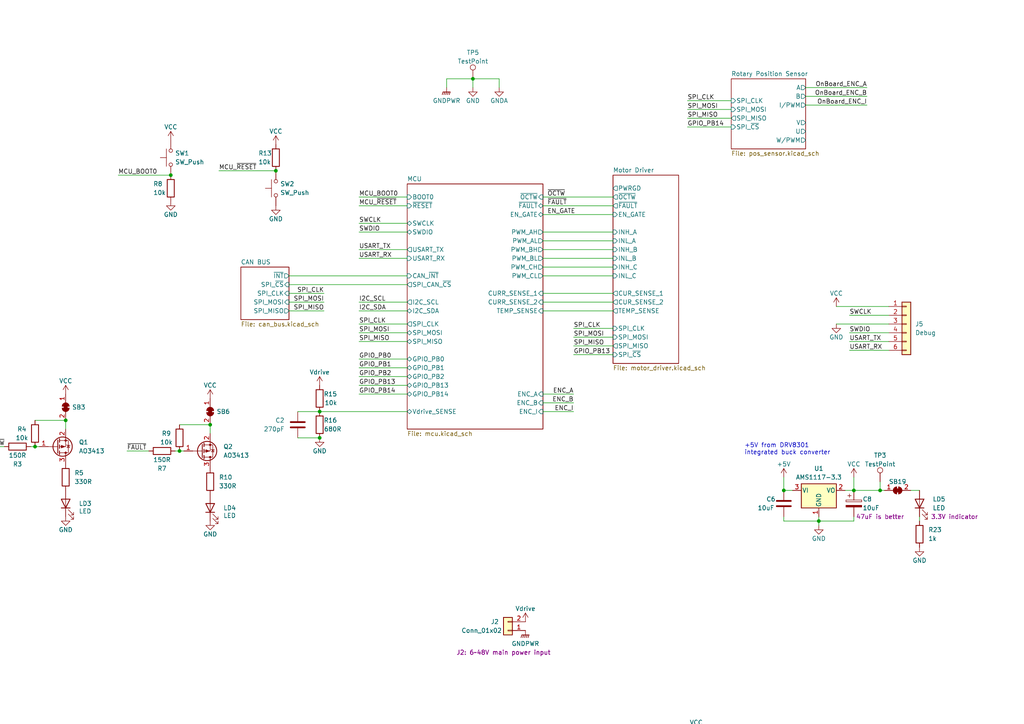
<source format=kicad_sch>
(kicad_sch (version 20211123) (generator eeschema)
  (paper "A4")
  (title_block (title "MoCo-S"))
  (lib_symbols
    (symbol "Connector:TestPoint" (pin_numbers hide) (pin_names (offset 0.762) hide)
      (property "Reference" "TP" (at 0 6.858 0))
      (property "Value" "TestPoint" (at 0 5.08 0))
      (symbol "TestPoint_0_1"
        (circle (center 0 3.302) (radius 0.762))
      )
      (symbol "TestPoint_1_1"
        (pin passive line (at 0 0 90) (length 2.54) (name "1") (number "1"))
      )
    )
    (symbol "Connector_Generic:Conn_01x02" (pin_names (offset 1.016) hide)
      (property "Reference" "J" (at 0 2.54 0))
      (property "Value" "Conn_01x02" (at 0 -5.08 0))
      (symbol "Conn_01x02_1_1"
        (rectangle (start -1.27 -2.413) (end 0 -2.667) (stroke (width 0.1524)))
        (rectangle (start -1.27 0.127) (end 0 -0.127) (stroke (width 0.1524)))
        (rectangle (start -1.27 1.27) (end 1.27 -3.81) (stroke (width 0.254)) (fill (type background)))
        (pin passive line (at -5.08 0 0) (length 3.81) (name "Pin_1") (number "1"))
        (pin passive line (at -5.08 -2.54 0) (length 3.81) (name "Pin_2") (number "2"))
      )
    )
    (symbol "Connector_Generic:Conn_01x06" (pin_names (offset 1.016) hide)
      (property "Reference" "J" (at 0 7.62 0))
      (property "Value" "Conn_01x06" (at 0 -10.16 0))
      (symbol "Conn_01x06_1_1"
        (rectangle (start -1.27 -7.493) (end 0 -7.747) (stroke (width 0.1524)))
        (rectangle (start -1.27 -4.953) (end 0 -5.207) (stroke (width 0.1524)))
        (rectangle (start -1.27 -2.413) (end 0 -2.667) (stroke (width 0.1524)))
        (rectangle (start -1.27 0.127) (end 0 -0.127) (stroke (width 0.1524)))
        (rectangle (start -1.27 2.667) (end 0 2.413) (stroke (width 0.1524)))
        (rectangle (start -1.27 5.207) (end 0 4.953) (stroke (width 0.1524)))
        (rectangle (start -1.27 6.35) (end 1.27 -8.89) (stroke (width 0.254)) (fill (type background)))
        (pin passive line (at -5.08 5.08 0) (length 3.81) (name "Pin_1") (number "1"))
        (pin passive line (at -5.08 2.54 0) (length 3.81) (name "Pin_2") (number "2"))
        (pin passive line (at -5.08 0 0) (length 3.81) (name "Pin_3") (number "3"))
        (pin passive line (at -5.08 -2.54 0) (length 3.81) (name "Pin_4") (number "4"))
        (pin passive line (at -5.08 -5.08 0) (length 3.81) (name "Pin_5") (number "5"))
        (pin passive line (at -5.08 -7.62 0) (length 3.81) (name "Pin_6") (number "6"))
      )
    )
    (symbol "Connector_Generic:Conn_01x07" (pin_names (offset 1.016) hide)
      (property "Reference" "J" (at 0 10.16 0))
      (property "Value" "Conn_01x07" (at 0 -10.16 0))
      (symbol "Conn_01x07_1_1"
        (rectangle (start -1.27 -7.493) (end 0 -7.747) (stroke (width 0.1524)))
        (rectangle (start -1.27 -4.953) (end 0 -5.207) (stroke (width 0.1524)))
        (rectangle (start -1.27 -2.413) (end 0 -2.667) (stroke (width 0.1524)))
        (rectangle (start -1.27 0.127) (end 0 -0.127) (stroke (width 0.1524)))
        (rectangle (start -1.27 2.667) (end 0 2.413) (stroke (width 0.1524)))
        (rectangle (start -1.27 5.207) (end 0 4.953) (stroke (width 0.1524)))
        (rectangle (start -1.27 7.747) (end 0 7.493) (stroke (width 0.1524)))
        (rectangle (start -1.27 8.89) (end 1.27 -8.89) (stroke (width 0.254)) (fill (type background)))
        (pin passive line (at -5.08 7.62 0) (length 3.81) (name "Pin_1") (number "1"))
        (pin passive line (at -5.08 5.08 0) (length 3.81) (name "Pin_2") (number "2"))
        (pin passive line (at -5.08 2.54 0) (length 3.81) (name "Pin_3") (number "3"))
        (pin passive line (at -5.08 0 0) (length 3.81) (name "Pin_4") (number "4"))
        (pin passive line (at -5.08 -2.54 0) (length 3.81) (name "Pin_5") (number "5"))
        (pin passive line (at -5.08 -5.08 0) (length 3.81) (name "Pin_6") (number "6"))
        (pin passive line (at -5.08 -7.62 0) (length 3.81) (name "Pin_7") (number "7"))
      )
    )
    (symbol "Connector_Generic:Conn_01x09" (pin_names (offset 1.016) hide)
      (property "Reference" "J" (at 0 12.7 0))
      (property "Value" "Conn_01x09" (at 0 -12.7 0))
      (symbol "Conn_01x09_1_1"
        (rectangle (start -1.27 -10.033) (end 0 -10.287) (stroke (width 0.1524)))
        (rectangle (start -1.27 -7.493) (end 0 -7.747) (stroke (width 0.1524)))
        (rectangle (start -1.27 -4.953) (end 0 -5.207) (stroke (width 0.1524)))
        (rectangle (start -1.27 -2.413) (end 0 -2.667) (stroke (width 0.1524)))
        (rectangle (start -1.27 0.127) (end 0 -0.127) (stroke (width 0.1524)))
        (rectangle (start -1.27 2.667) (end 0 2.413) (stroke (width 0.1524)))
        (rectangle (start -1.27 5.207) (end 0 4.953) (stroke (width 0.1524)))
        (rectangle (start -1.27 7.747) (end 0 7.493) (stroke (width 0.1524)))
        (rectangle (start -1.27 10.287) (end 0 10.033) (stroke (width 0.1524)))
        (rectangle (start -1.27 11.43) (end 1.27 -11.43) (stroke (width 0.254)) (fill (type background)))
        (pin passive line (at -5.08 10.16 0) (length 3.81) (name "Pin_1") (number "1"))
        (pin passive line (at -5.08 7.62 0) (length 3.81) (name "Pin_2") (number "2"))
        (pin passive line (at -5.08 5.08 0) (length 3.81) (name "Pin_3") (number "3"))
        (pin passive line (at -5.08 2.54 0) (length 3.81) (name "Pin_4") (number "4"))
        (pin passive line (at -5.08 0 0) (length 3.81) (name "Pin_5") (number "5"))
        (pin passive line (at -5.08 -2.54 0) (length 3.81) (name "Pin_6") (number "6"))
        (pin passive line (at -5.08 -5.08 0) (length 3.81) (name "Pin_7") (number "7"))
        (pin passive line (at -5.08 -7.62 0) (length 3.81) (name "Pin_8") (number "8"))
        (pin passive line (at -5.08 -10.16 0) (length 3.81) (name "Pin_9") (number "9"))
      )
    )
    (symbol "Device:C" (pin_numbers hide) (pin_names (offset 0.254))
      (property "Reference" "C" (at 0.635 2.54 0))
      (property "Value" "C" (at 0.635 -2.54 0))
      (symbol "C_0_1"
        (polyline (pts (xy -2.032 -0.762) (xy 2.032 -0.762)) (stroke (width 0.508)))
        (polyline (pts (xy -2.032 0.762) (xy 2.032 0.762)) (stroke (width 0.508)))
      )
      (symbol "C_1_1"
        (pin passive line (at 0 3.81 270) (length 2.794) (name "~") (number "1"))
        (pin passive line (at 0 -3.81 90) (length 2.794) (name "~") (number "2"))
      )
    )
    (symbol "Device:C_Polarized" (pin_numbers hide) (pin_names (offset 0.254))
      (property "Reference" "C" (at 0.635 2.54 0))
      (property "Value" "C_Polarized" (at 0.635 -2.54 0))
      (symbol "C_Polarized_0_1"
        (rectangle (start -2.286 0.508) (end 2.286 1.016))
        (polyline (pts (xy -1.778 2.286) (xy -0.762 2.286)))
        (polyline (pts (xy -1.27 2.794) (xy -1.27 1.778)))
        (rectangle (start 2.286 -0.508) (end -2.286 -1.016) (fill (type outline)))
      )
      (symbol "C_Polarized_1_1"
        (pin passive line (at 0 3.81 270) (length 2.794) (name "~") (number "1"))
        (pin passive line (at 0 -3.81 90) (length 2.794) (name "~") (number "2"))
      )
    )
    (symbol "Device:LED" (pin_numbers hide) (pin_names (offset 1.016) hide)
      (property "Reference" "D" (at 0 2.54 0))
      (property "Value" "LED" (at 0 -2.54 0))
      (symbol "LED_0_1"
        (polyline (pts (xy -1.27 -1.27) (xy -1.27 1.27)) (stroke (width 0.254)))
        (polyline (pts (xy -1.27 0) (xy 1.27 0)))
        (polyline (pts (xy 1.27 -1.27) (xy 1.27 1.27) (xy -1.27 0) (xy 1.27 -1.27)) (stroke (width 0.254)))
        (polyline (pts (xy -3.048 -0.762) (xy -4.572 -2.286) (xy -3.81 -2.286) (xy -4.572 -2.286) (xy -4.572 -1.524)))
        (polyline (pts (xy -1.778 -0.762) (xy -3.302 -2.286) (xy -2.54 -2.286) (xy -3.302 -2.286) (xy -3.302 -1.524)))
      )
      (symbol "LED_1_1"
        (pin passive line (at -3.81 0 0) (length 2.54) (name "K") (number "1"))
        (pin passive line (at 3.81 0 180) (length 2.54) (name "A") (number "2"))
      )
    )
    (symbol "Device:R" (pin_numbers hide) (pin_names (offset 0))
      (property "Reference" "R" (at 2.032 0 90))
      (property "Value" "R" (at 0 0 90))
      (symbol "R_0_1"
        (rectangle (start -1.016 -2.54) (end 1.016 2.54) (stroke (width 0.254)))
      )
      (symbol "R_1_1"
        (pin passive line (at 0 3.81 270) (length 1.27) (name "~") (number "1"))
        (pin passive line (at 0 -3.81 90) (length 1.27) (name "~") (number "2"))
      )
    )
    (symbol "Jumper:SolderJumper_2_Bridged" (pin_names (offset 0) hide)
      (property "Reference" "JP" (at 0 2.032 0))
      (property "Value" "SolderJumper_2_Bridged" (at 0 -2.54 0))
      (symbol "SolderJumper_2_Bridged_0_1"
        (rectangle (start -0.508 0.508) (end 0.508 -0.508) (fill (type outline)))
        (arc (start -0.254 1.016) (mid -1.27 0) (end -0.254 -1.016))
        (arc (start -0.254 1.016) (mid -1.27 0) (end -0.254 -1.016) (fill (type outline)))
        (polyline (pts (xy -0.254 1.016) (xy -0.254 -1.016)))
        (polyline (pts (xy 0.254 1.016) (xy 0.254 -1.016)))
        (arc (start 0.254 -1.016) (mid 1.27 0) (end 0.254 1.016))
        (arc (start 0.254 -1.016) (mid 1.27 0) (end 0.254 1.016) (fill (type outline)))
      )
      (symbol "SolderJumper_2_Bridged_1_1"
        (pin passive line (at -3.81 0 0) (length 2.54) (name "A") (number "1"))
        (pin passive line (at 3.81 0 180) (length 2.54) (name "B") (number "2"))
      )
    )
    (symbol "Jumper:SolderJumper_3_Open" (pin_names (offset 0) hide)
      (property "Reference" "JP" (at -2.54 -2.54 0))
      (property "Value" "SolderJumper_3_Open" (at 0 2.794 0))
      (symbol "SolderJumper_3_Open_0_1"
        (arc (start -1.016 1.016) (mid -2.032 0) (end -1.016 -1.016))
        (arc (start -1.016 1.016) (mid -2.032 0) (end -1.016 -1.016) (fill (type outline)))
        (rectangle (start -0.508 1.016) (end 0.508 -1.016) (fill (type outline)))
        (polyline (pts (xy -2.54 0) (xy -2.032 0)))
        (polyline (pts (xy -1.016 1.016) (xy -1.016 -1.016)))
        (polyline (pts (xy 0 -1.27) (xy 0 -1.016)))
        (polyline (pts (xy 1.016 1.016) (xy 1.016 -1.016)))
        (polyline (pts (xy 2.54 0) (xy 2.032 0)))
        (arc (start 1.016 -1.016) (mid 2.032 0) (end 1.016 1.016))
        (arc (start 1.016 -1.016) (mid 2.032 0) (end 1.016 1.016) (fill (type outline)))
      )
      (symbol "SolderJumper_3_Open_1_1"
        (pin passive line (at -5.08 0 0) (length 2.54) (name "A") (number "1"))
        (pin passive line (at 0 -3.81 90) (length 2.54) (name "C") (number "2"))
        (pin passive line (at 5.08 0 180) (length 2.54) (name "B") (number "3"))
      )
    )
    (symbol "Mechanical:MountingHole" (pin_names (offset 1.016))
      (property "Reference" "H" (at 0 5.08 0))
      (property "Value" "MountingHole" (at 0 3.175 0))
      (symbol "MountingHole_0_1"
        (circle (center 0 0) (radius 1.27) (stroke (width 1.27)))
      )
    )
    (symbol "Mechanical:MountingHole_Pad" (pin_numbers hide) (pin_names (offset 1.016) hide)
      (property "Reference" "H" (at 0 6.35 0))
      (property "Value" "MountingHole_Pad" (at 0 4.445 0))
      (symbol "MountingHole_Pad_0_1"
        (circle (center 0 1.27) (radius 1.27) (stroke (width 1.27)))
      )
      (symbol "MountingHole_Pad_1_1"
        (pin input line (at 0 -2.54 90) (length 2.54) (name "1") (number "1"))
      )
    )
    (symbol "Regulator_Linear:AMS1117-3.3" (pin_names (offset 0.254))
      (property "Reference" "U" (at -3.81 3.175 0))
      (property "Value" "AMS1117-3.3" (at 0 3.175 0))
      (symbol "AMS1117-3.3_0_1"
        (rectangle (start -5.08 -5.08) (end 5.08 1.905) (stroke (width 0.254)) (fill (type background)))
      )
      (symbol "AMS1117-3.3_1_1"
        (pin power_in line (at 0 -7.62 90) (length 2.54) (name "GND") (number "1"))
        (pin power_out line (at 7.62 0 180) (length 2.54) (name "VO") (number "2"))
        (pin power_in line (at -7.62 0 0) (length 2.54) (name "VI") (number "3"))
      )
    )
    (symbol "Switch:SW_Push" (pin_numbers hide) (pin_names (offset 1.016) hide)
      (property "Reference" "SW" (at 1.27 2.54 0))
      (property "Value" "SW_Push" (at 0 -1.524 0))
      (symbol "SW_Push_0_1"
        (circle (center -2.032 0) (radius 0.508))
        (polyline (pts (xy 0 1.27) (xy 0 3.048)))
        (polyline (pts (xy 2.54 1.27) (xy -2.54 1.27)))
        (circle (center 2.032 0) (radius 0.508))
        (pin passive line (at -5.08 0 0) (length 2.54) (name "1") (number "1"))
        (pin passive line (at 5.08 0 180) (length 2.54) (name "2") (number "2"))
      )
    )
    (symbol "Transistor_FET:AO3401A" (pin_names hide)
      (property "Reference" "Q" (at 5.08 1.905 0))
      (property "Value" "AO3401A" (at 5.08 0 0))
      (symbol "AO3401A_0_1"
        (polyline (pts (xy 0.254 0) (xy -2.54 0)))
        (polyline (pts (xy 0.254 1.905) (xy 0.254 -1.905)) (stroke (width 0.254)))
        (polyline (pts (xy 0.762 -1.27) (xy 0.762 -2.286)) (stroke (width 0.254)))
        (polyline (pts (xy 0.762 0.508) (xy 0.762 -0.508)) (stroke (width 0.254)))
        (polyline (pts (xy 0.762 2.286) (xy 0.762 1.27)) (stroke (width 0.254)))
        (polyline (pts (xy 2.54 2.54) (xy 2.54 1.778)))
        (polyline (pts (xy 2.54 -2.54) (xy 2.54 0) (xy 0.762 0)))
        (polyline (pts (xy 0.762 1.778) (xy 3.302 1.778) (xy 3.302 -1.778) (xy 0.762 -1.778)))
        (polyline (pts (xy 2.286 0) (xy 1.27 0.381) (xy 1.27 -0.381) (xy 2.286 0)) (fill (type outline)))
        (polyline (pts (xy 2.794 -0.508) (xy 2.921 -0.381) (xy 3.683 -0.381) (xy 3.81 -0.254)))
        (polyline (pts (xy 3.302 -0.381) (xy 2.921 0.254) (xy 3.683 0.254) (xy 3.302 -0.381)))
        (circle (center 1.651 0) (radius 2.794) (stroke (width 0.254)))
        (circle (center 2.54 -1.778) (radius 0.254) (fill (type outline)))
        (circle (center 2.54 1.778) (radius 0.254) (fill (type outline)))
      )
      (symbol "AO3401A_1_1"
        (pin input line (at -5.08 0 0) (length 2.54) (name "G") (number "1"))
        (pin passive line (at 2.54 -5.08 90) (length 2.54) (name "S") (number "2"))
        (pin passive line (at 2.54 5.08 270) (length 2.54) (name "D") (number "3"))
      )
    )
    (symbol "power:+5V" (power) (pin_names (offset 0))
      (property "Value" "+5V" (at 0 3.556 0))
      (symbol "+5V_0_1"
        (polyline (pts (xy -0.762 1.27) (xy 0 2.54)))
        (polyline (pts (xy 0 0) (xy 0 2.54)))
        (polyline (pts (xy 0 2.54) (xy 0.762 1.27)))
      )
      (symbol "+5V_1_1"
        (pin power_in line (at 0 0 90) (length 0) hide (name "+5V") (number "1"))
      )
    )
    (symbol "power:GND" (power) (pin_names (offset 0))
      (property "Value" "GND" (at 0 -3.81 0))
      (symbol "GND_0_1"
        (polyline (pts (xy 0 0) (xy 0 -1.27) (xy 1.27 -1.27) (xy 0 -2.54) (xy -1.27 -1.27) (xy 0 -1.27)))
      )
      (symbol "GND_1_1"
        (pin power_in line (at 0 0 270) (length 0) hide (name "GND") (number "1"))
      )
    )
    (symbol "power:GNDA" (power) (pin_names (offset 0))
      (property "Value" "GNDA" (at 0 -3.81 0))
      (symbol "GNDA_0_1"
        (polyline (pts (xy 0 0) (xy 0 -1.27) (xy 1.27 -1.27) (xy 0 -2.54) (xy -1.27 -1.27) (xy 0 -1.27)))
      )
      (symbol "GNDA_1_1"
        (pin power_in line (at 0 0 270) (length 0) hide (name "GNDA") (number "1"))
      )
    )
    (symbol "power:GNDPWR" (power) (pin_names (offset 0))
      (property "Value" "GNDPWR" (at 0 -3.302 0))
      (symbol "GNDPWR_0_1"
        (polyline (pts (xy 0 -1.27) (xy 0 0)))
        (polyline (pts (xy -1.016 -1.27) (xy -1.27 -2.032) (xy -1.27 -2.032)) (stroke (width 0.2032)))
        (polyline (pts (xy -0.508 -1.27) (xy -0.762 -2.032) (xy -0.762 -2.032)) (stroke (width 0.2032)))
        (polyline (pts (xy 0 -1.27) (xy -0.254 -2.032) (xy -0.254 -2.032)) (stroke (width 0.2032)))
        (polyline (pts (xy 0.508 -1.27) (xy 0.254 -2.032) (xy 0.254 -2.032)) (stroke (width 0.2032)))
        (polyline (pts (xy 1.016 -1.27) (xy -1.016 -1.27) (xy -1.016 -1.27)) (stroke (width 0.2032)))
        (polyline (pts (xy 1.016 -1.27) (xy 0.762 -2.032) (xy 0.762 -2.032) (xy 0.762 -2.032)) (stroke (width 0.2032)))
      )
      (symbol "GNDPWR_1_1"
        (pin power_in line (at 0 0 270) (length 0) hide (name "GNDPWR") (number "1"))
      )
    )
    (symbol "power:VCC" (power) (pin_names (offset 0))
      (property "Value" "VCC" (at 0 3.81 0))
      (symbol "VCC_0_1"
        (polyline (pts (xy -0.762 1.27) (xy 0 2.54)))
        (polyline (pts (xy 0 0) (xy 0 2.54)))
        (polyline (pts (xy 0 2.54) (xy 0.762 1.27)))
      )
      (symbol "VCC_1_1"
        (pin power_in line (at 0 0 90) (length 0) hide (name "VCC") (number "1"))
      )
    )
    (symbol "power:Vdrive" (power) (pin_names (offset 0))
      (property "Value" "Vdrive" (at 0 3.81 0))
      (symbol "Vdrive_0_1"
        (polyline (pts (xy -0.762 1.27) (xy 0 2.54)))
        (polyline (pts (xy 0 0) (xy 0 2.54)))
        (polyline (pts (xy 0 2.54) (xy 0.762 1.27)))
      )
      (symbol "Vdrive_1_1"
        (pin power_in line (at 0 0 90) (length 0) hide (name "Vdrive") (number "1"))
      )
    )
  )
  (junction (at 80.01 49.53))
  (junction (at 92.71 119.38))
  (junction (at 245.11 276.86))
  (junction (at 201.93 220.98))
  (junction (at 227.33 142.24))
  (junction (at 194.31 229.87))
  (junction (at 237.49 151.13))
  (junction (at 49.53 50.8))
  (junction (at 255.27 142.24))
  (junction (at 201.93 232.41))
  (junction (at 209.55 234.95))
  (junction (at 52.07 130.81))
  (junction (at 250.19 267.97))
  (junction (at 10.16 129.54))
  (junction (at 60.96 123.19))
  (junction (at 92.71 127))
  (junction (at 19.05 121.92))
  (junction (at 137.16 22.86))
  (junction (at 247.65 142.24))
  (junction (at 255.27 279.4))
  (wire (pts (xy 157.48 69.85) (xy 177.8 69.85)))
  (wire (pts (xy 157.48 74.93) (xy 177.8 74.93)))
  (wire (pts (xy 255.27 142.24) (xy 256.54 142.24)))
  (wire (pts (xy -17.78 110.49) (xy -17.78 118.11)))
  (wire (pts (xy 144.78 22.86) (xy 144.78 25.4)))
  (wire (pts (xy 346.71 139.7) (xy 339.09 139.7)))
  (wire (pts (xy 227.33 138.43) (xy 227.33 142.24)))
  (wire (pts (xy 237.49 151.13) (xy 237.49 149.86)))
  (wire (pts (xy 262.89 281.94) (xy 273.05 281.94)))
  (wire (pts (xy 157.48 87.63) (xy 177.8 87.63)))
  (wire (pts (xy 157.48 85.09) (xy 177.8 85.09)))
  (wire (pts (xy 83.82 82.55) (xy 118.11 82.55)))
  (wire (pts (xy 237.49 151.13) (xy 247.65 151.13)))
  (wire (pts (xy 104.14 87.63) (xy 118.11 87.63)))
  (wire (pts (xy 166.37 102.87) (xy 177.8 102.87)))
  (wire (pts (xy 157.48 77.47) (xy 177.8 77.47)))
  (wire (pts (xy 157.48 116.84) (xy 166.37 116.84)))
  (wire (pts (xy 262.89 287.02) (xy 273.05 287.02)))
  (wire (pts (xy 92.71 127) (xy 86.36 127)))
  (wire (pts (xy 157.48 59.69) (xy 177.8 59.69)))
  (wire (pts (xy 209.55 234.95) (xy 219.71 234.95)))
  (wire (pts (xy 209.55 228.6) (xy 209.55 234.95)))
  (wire (pts (xy 19.05 121.92) (xy 10.16 121.92)))
  (wire (pts (xy 255.27 139.7) (xy 255.27 142.24)))
  (wire (pts (xy 10.16 129.54) (xy 11.43 129.54)))
  (wire (pts (xy 104.14 57.15) (xy 118.11 57.15)))
  (wire (pts (xy 233.68 30.48) (xy 251.46 30.48)))
  (wire (pts (xy 227.33 151.13) (xy 237.49 151.13)))
  (wire (pts (xy 93.98 87.63) (xy 83.82 87.63)))
  (wire (pts (xy 104.14 96.52) (xy 118.11 96.52)))
  (wire (pts (xy 34.29 50.8) (xy 49.53 50.8)))
  (wire (pts (xy -43.18 107.95) (xy -43.18 119.38)))
  (wire (pts (xy 219.71 237.49) (xy 189.23 237.49)))
  (wire (pts (xy 237.49 152.4) (xy 237.49 151.13)))
  (wire (pts (xy 36.83 130.81) (xy 43.18 130.81)))
  (wire (pts (xy 246.38 96.52) (xy 257.81 96.52)))
  (wire (pts (xy 246.38 91.44) (xy 257.81 91.44)))
  (wire (pts (xy 194.31 229.87) (xy 219.71 229.87)))
  (wire (pts (xy 179.07 232.41) (xy 201.93 232.41)))
  (wire (pts (xy 247.65 138.43) (xy 247.65 142.24)))
  (wire (pts (xy 104.14 74.93) (xy 118.11 74.93)))
  (wire (pts (xy 166.37 100.33) (xy 177.8 100.33)))
  (wire (pts (xy 316.23 134.62) (xy 335.28 134.62)))
  (wire (pts (xy 104.14 104.14) (xy 118.11 104.14)))
  (wire (pts (xy 233.68 27.94) (xy 251.46 27.94)))
  (wire (pts (xy 157.48 67.31) (xy 177.8 67.31)))
  (wire (pts (xy 157.48 119.38) (xy 166.37 119.38)))
  (wire (pts (xy 245.11 142.24) (xy 247.65 142.24)))
  (wire (pts (xy 194.31 220.98) (xy 201.93 220.98)))
  (wire (pts (xy 346.71 172.72) (xy 339.09 172.72)))
  (wire (pts (xy 271.78 289.56) (xy 273.05 289.56)))
  (wire (pts (xy 166.37 97.79) (xy 177.8 97.79)))
  (wire (pts (xy 262.89 284.48) (xy 273.05 284.48)))
  (wire (pts (xy 104.14 93.98) (xy 118.11 93.98)))
  (wire (pts (xy 104.14 109.22) (xy 118.11 109.22)))
  (wire (pts (xy 201.93 220.98) (xy 209.55 220.98)))
  (wire (pts (xy 157.48 57.15) (xy 177.8 57.15)))
  (wire (pts (xy 60.96 123.19) (xy 60.96 125.73)))
  (wire (pts (xy 264.16 142.24) (xy 266.7 142.24)))
  (wire (pts (xy 199.39 34.29) (xy 212.09 34.29)))
  (wire (pts (xy 232.41 279.4) (xy 255.27 279.4)))
  (wire (pts (xy 232.41 276.86) (xy 245.11 276.86)))
  (wire (pts (xy 219.71 242.57) (xy 189.23 242.57)))
  (wire (pts (xy 157.48 80.01) (xy 177.8 80.01)))
  (wire (pts (xy 104.14 72.39) (xy 118.11 72.39)))
  (wire (pts (xy -3.81 129.54) (xy 1.27 129.54)))
  (wire (pts (xy 50.8 130.81) (xy 52.07 130.81)))
  (wire (pts (xy 93.98 90.17) (xy 83.82 90.17)))
  (wire (pts (xy 346.71 156.21) (xy 339.09 156.21)))
  (wire (pts (xy 233.68 25.4) (xy 251.46 25.4)))
  (wire (pts (xy 245.11 275.59) (xy 245.11 276.86)))
  (wire (pts (xy -43.18 142.24) (xy -43.18 143.51)))
  (wire (pts (xy 189.23 245.11) (xy 219.71 245.11)))
  (wire (pts (xy 129.54 22.86) (xy 137.16 22.86)))
  (wire (pts (xy 199.39 31.75) (xy 212.09 31.75)))
  (wire (pts (xy 60.96 123.19) (xy 52.07 123.19)))
  (wire (pts (xy 52.07 130.81) (xy 53.34 130.81)))
  (wire (pts (xy 194.31 228.6) (xy 194.31 229.87)))
  (wire (pts (xy 179.07 229.87) (xy 194.31 229.87)))
  (wire (pts (xy 104.14 114.3) (xy 118.11 114.3)))
  (wire (pts (xy 247.65 151.13) (xy 247.65 149.86)))
  (wire (pts (xy 137.16 22.86) (xy 137.16 25.4)))
  (wire (pts (xy 129.54 22.86) (xy 129.54 25.4)))
  (wire (pts (xy 179.07 234.95) (xy 209.55 234.95)))
  (wire (pts (xy 63.5 49.53) (xy 80.01 49.53)))
  (wire (pts (xy 199.39 29.21) (xy 212.09 29.21)))
  (wire (pts (xy 157.48 114.3) (xy 166.37 114.3)))
  (wire (pts (xy 266.7 149.86) (xy 266.7 151.13)))
  (wire (pts (xy 316.23 161.29) (xy 335.28 161.29)))
  (wire (pts (xy 166.37 95.25) (xy 177.8 95.25)))
  (wire (pts (xy 245.11 267.97) (xy 250.19 267.97)))
  (wire (pts (xy 104.14 106.68) (xy 118.11 106.68)))
  (wire (pts (xy 247.65 142.24) (xy 255.27 142.24)))
  (wire (pts (xy 246.38 99.06) (xy 257.81 99.06)))
  (wire (pts (xy 104.14 111.76) (xy 118.11 111.76)))
  (wire (pts (xy 157.48 62.23) (xy 177.8 62.23)))
  (wire (pts (xy 157.48 72.39) (xy 177.8 72.39)))
  (wire (pts (xy 255.27 275.59) (xy 255.27 279.4)))
  (wire (pts (xy 199.39 36.83) (xy 212.09 36.83)))
  (wire (pts (xy 246.38 101.6) (xy 257.81 101.6)))
  (wire (pts (xy 92.71 119.38) (xy 118.11 119.38)))
  (wire (pts (xy 93.98 85.09) (xy 83.82 85.09)))
  (wire (pts (xy 227.33 151.13) (xy 227.33 149.86)))
  (wire (pts (xy 104.14 64.77) (xy 118.11 64.77)))
  (wire (pts (xy 242.57 88.9) (xy 257.81 88.9)))
  (wire (pts (xy 8.89 129.54) (xy 10.16 129.54)))
  (wire (pts (xy 227.33 142.24) (xy 229.87 142.24)))
  (wire (pts (xy 104.14 99.06) (xy 118.11 99.06)))
  (wire (pts (xy 104.14 90.17) (xy 118.11 90.17)))
  (wire (pts (xy 316.23 144.78) (xy 335.28 144.78)))
  (wire (pts (xy 250.19 267.97) (xy 255.27 267.97)))
  (wire (pts (xy 242.57 93.98) (xy 257.81 93.98)))
  (wire (pts (xy 83.82 80.01) (xy 118.11 80.01)))
  (wire (pts (xy 245.11 276.86) (xy 273.05 276.86)))
  (wire (pts (xy 201.93 232.41) (xy 219.71 232.41)))
  (wire (pts (xy 19.05 121.92) (xy 19.05 124.46)))
  (wire (pts (xy -17.78 140.97) (xy -17.78 142.24)))
  (wire (pts (xy 104.14 59.69) (xy 118.11 59.69)))
  (wire (pts (xy 316.23 167.64) (xy 335.28 167.64)))
  (wire (pts (xy 137.16 22.86) (xy 144.78 22.86)))
  (wire (pts (xy 316.23 177.8) (xy 335.28 177.8)))
  (wire (pts (xy 219.71 240.03) (xy 189.23 240.03)))
  (wire (pts (xy 157.48 90.17) (xy 177.8 90.17)))
  (wire (pts (xy 316.23 151.13) (xy 335.28 151.13)))
  (wire (pts (xy 92.71 119.38) (xy 86.36 119.38)))
  (wire (pts (xy 104.14 67.31) (xy 118.11 67.31)))
  (wire (pts (xy 201.93 228.6) (xy 201.93 232.41)))
  (wire (pts (xy 255.27 279.4) (xy 273.05 279.4)))
  (text "+5V from DRV8301\nintegrated buck converter" (at 215.9 132.08 0) (effects (font (size 1.27 1.27)) (justify left bottom)))
  (label "SWCLK" (at 246.38 91.44 0))
  (label "GPIO_PB0" (at 104.14 104.14 0))
  (label "MCU_~{RESET}" (at 104.14 59.69 0))
  (label "GPIO_PB2" (at 104.14 109.22 0))
  (label "I2C_SCL" (at 232.41 276.86 0))
  (label "SWDIO" (at 104.14 67.31 0))
  (label "SPI_MOSI" (at 93.98 87.63 180))
  (label "USART_TX" (at 246.38 99.06 0))
  (label "MCU_BOOT0" (at 104.14 57.15 0))
  (label "SWDIO" (at 246.38 96.52 0))
  (label "EN_GATE" (at 158.75 62.23 0))
  (label "Ext_ENC_I" (at 179.07 234.95 0))
  (label "GPIO_PB1" (at 104.14 106.68 0))
  (label "~{FAULT}" (at 36.83 130.81 0))
  (label "Ext_ENC_A" (at 316.23 134.62 0))
  (label "Ext_ENC_B" (at 179.07 232.41 0))
  (label "OnBoard_ENC_A" (at 251.46 25.4 180))
  (label "ENC_B" (at 346.71 156.21 180))
  (label "GPIO_PB14" (at 104.14 114.3 0))
  (label "GPIO_PB2" (at 262.89 287.02 0))
  (label "SPI_CLK" (at 104.14 93.98 0))
  (label "~{OCTW}" (at 158.75 57.15 0))
  (label "I2C_SCL" (at 104.14 87.63 0))
  (label "ENC_I" (at 166.37 119.38 180))
  (label "GPIO_PB13" (at 104.14 111.76 0))
  (label "OnBoard_ENC_A" (at 316.23 144.78 0))
  (label "OnBoard_ENC_B" (at 251.46 27.94 180))
  (label "SPI_MOSI" (at 199.39 31.75 0))
  (label "Ext_ENC_B" (at 316.23 151.13 0))
  (label "GPIO_PB0" (at 262.89 281.94 0))
  (label "USART_RX" (at 104.14 74.93 0))
  (label "OnBoard_ENC_B" (at 316.23 161.29 0))
  (label "ENC_B" (at 166.37 116.84 180))
  (label "SPI_CLK" (at 93.98 85.09 180))
  (label "Ext_ENC_A" (at 179.07 229.87 0))
  (label "SPI_MOSI" (at 189.23 240.03 0))
  (label "SPI_MISO" (at 189.23 242.57 0))
  (label "SPI_MOSI" (at 104.14 96.52 0))
  (label "GPIO_PB13" (at 166.37 102.87 0))
  (label "ENC_I" (at 346.71 172.72 180))
  (label "MCU_~{RESET}" (at 63.5 49.53 0))
  (label "SWCLK" (at 104.14 64.77 0))
  (label "SPI_CLK" (at 166.37 95.25 0))
  (label "EN_GATE" (at -17.78 110.49 270))
  (label "ENC_A" (at 166.37 114.3 180))
  (label "SPI_MISO" (at 93.98 90.17 180))
  (label "GPIO_PB1" (at 262.89 284.48 0))
  (label "SPI_MISO" (at 166.37 100.33 0))
  (label "SPI_MISO" (at 104.14 99.06 0))
  (label "I2C_SDA" (at 232.41 279.4 0))
  (label "USART_RX" (at 246.38 101.6 0))
  (label "~{OCTW}" (at -3.81 129.54 0))
  (label "USART_TX" (at 104.14 72.39 0))
  (label "GPIO_PB14" (at 199.39 36.83 0))
  (label "SPI_MISO" (at 199.39 34.29 0))
  (label "GPIO_PB0" (at -43.18 107.95 270))
  (label "Ext_ENC_I" (at 316.23 167.64 0))
  (label "~{FAULT}" (at 158.75 59.69 0))
  (label "SPI_MOSI" (at 166.37 97.79 0))
  (label "GPIO_PB14" (at 189.23 245.11 0))
  (label "SPI_CLK" (at 199.39 29.21 0))
  (label "ENC_A" (at 346.71 139.7 180))
  (label "MCU_BOOT0" (at 34.29 50.8 0))
  (label "OnBoard_ENC_I" (at 316.23 177.8 0))
  (label "I2C_SDA" (at 104.14 90.17 0))
  (label "OnBoard_ENC_I" (at 251.46 30.48 180))
  (label "SPI_CLK" (at 189.23 237.49 0))
  (symbol (lib_id "power:GNDPWR") (at 129.54 25.4 0) (unit 1)
    (property "Reference" "#PWR018" (effects hide))
    (property "Value" "GNDPWR" (at 129.54 29.21 0))
  )
  (symbol (lib_id "Device:R") (at 60.96 139.7 0) (unit 1)
    (property "Reference" "R10" (at 63.5 138.43 0) (effects (justify left)))
    (property "Value" "330R" (at 63.5 140.97 0) (effects (justify left)))
    (property "Footprint" "Resistor_SMD:R_0402_1005Metric" (effects hide))
  )
  (symbol (lib_id "power:GND") (at 92.71 127 0) (mirror y) (unit 1)
    (property "Reference" "#PWR014" (effects hide))
    (property "Value" "GND" (at 92.71 130.81 0))
  )
  (symbol (lib_id "power:GND") (at 80.01 59.69 0) (unit 1)
    (property "Reference" "#PWR012" (effects hide))
    (property "Value" "GND" (at 80.01 63.5 0))
  )
  (symbol (lib_id "Jumper:SolderJumper_2_Bridged") (at 19.05 118.11 270) (unit 1) (in_bom no)
    (property "Reference" "SB3" (at 22.86 118.11 90))
    (property "Value" "SolderJumper_2_Bridged" (effects hide))
    (property "Footprint" "Jumper:SolderJumper-2_P1.3mm_Bridged_RoundedPad1.0x1.5mm" (effects hide))
  )
  (symbol (lib_id "Jumper:SolderJumper_3_Open") (at 335.28 139.7 90) (unit 1)
    (property "Reference" "JP1" (at 332.74 139.7 90) (effects (justify left)))
    (property "Value" "Jumper_3_Bridged12" (effects hide))
    (property "Footprint" "Jumper:SolderJumper-3_P1.3mm_Open_RoundedPad1.0x1.5mm_NumberLabels" (effects hide))
  )
  (symbol (lib_id "power:VCC") (at 49.53 40.64 0) (unit 1)
    (property "Reference" "#PWR05" (effects hide))
    (property "Value" "VCC" (at 49.53 36.83 0))
  )
  (symbol (lib_id "Device:LED") (at 266.7 146.05 90) (unit 1)
    (property "Reference" "LD5" (at 270.51 144.78 90) (effects (justify right)))
    (property "Value" "LED" (at 270.51 147.32 90) (effects (justify right)))
    (property "Footprint" "LED_SMD:LED_0603_1608Metric" (effects hide))
    (property "Note" "3.3V indicator" (at 276.86 149.86 90))
  )
  (symbol (lib_id "Device:R") (at 80.01 45.72 0) (unit 1)
    (property "Reference" "R13" (at 74.93 44.45 0) (effects (justify left)))
    (property "Value" "10k" (at 74.93 46.99 0) (effects (justify left)))
    (property "Footprint" "Resistor_SMD:R_0402_1005Metric" (effects hide))
    (property "JLCPCB Part #" "C25744" (effects hide))
    (property "MFR.Part #" "0402WGF1002TCE" (effects hide))
  )
  (symbol (lib_id "Device:R") (at 245.11 271.78 0) (mirror y) (unit 1)
    (property "Reference" "R6" (at 250.19 270.51 0) (effects (justify left)))
    (property "Value" "4.7k" (at 251.46 273.05 0) (effects (justify left)))
    (property "Footprint" "Resistor_SMD:R_0402_1005Metric" (effects hide))
    (property "JLCPCB Part #" "C25900" (effects hide))
    (property "MFR.Part #" "0402WGF4701TCE" (effects hide))
  )
  (symbol (lib_id "Device:R") (at 266.7 154.94 0) (unit 1)
    (property "Reference" "R23" (at 269.24 153.6699 0) (effects (justify left)))
    (property "Value" "1k" (at 269.24 156.2099 0) (effects (justify left)))
    (property "Footprint" "Resistor_SMD:R_0402_1005Metric" (effects hide))
    (property "JLCPCB Part #" "C11702" (effects hide))
    (property "MFR.Part #" "0402WGF1001TCE" (effects hide))
  )
  (symbol (lib_id "Switch:SW_Push") (at 80.01 54.61 90) (unit 1)
    (property "Reference" "SW2" (at 81.28 53.3399 90) (effects (justify right)))
    (property "Value" "SW_Push" (at 81.28 55.8799 90) (effects (justify right)))
    (property "Footprint" "Button_Switch_SMD:SW_SPST_CK_RS282G05A3" (effects hide))
  )
  (symbol (lib_id "Jumper:SolderJumper_2_Bridged") (at 250.19 264.16 270) (unit 1) (in_bom no)
    (property "Reference" "SB7" (at 254 264.16 90))
    (property "Value" "SolderJumper_2_Bridged" (effects hide))
    (property "Footprint" "Jumper:SolderJumper-2_P1.3mm_Bridged_RoundedPad1.0x1.5mm" (effects hide))
  )
  (symbol (lib_id "power:VCC") (at 201.93 213.36 0) (unit 1)
    (property "Reference" "#PWR0107" (effects hide))
    (property "Value" "VCC" (at 201.93 209.55 0))
  )
  (symbol (lib_id "Switch:SW_Push") (at 49.53 45.72 90) (unit 1)
    (property "Reference" "SW1" (at 50.8 44.4499 90) (effects (justify right)))
    (property "Value" "SW_Push" (at 50.8 46.9899 90) (effects (justify right)))
    (property "Footprint" "Button_Switch_SMD:SW_SPST_CK_RS282G05A3" (effects hide))
  )
  (symbol (lib_id "power:VCC") (at 250.19 260.35 0) (unit 1)
    (property "Reference" "#PWR010" (effects hide))
    (property "Value" "VCC" (at 250.19 256.54 0))
  )
  (symbol (lib_id "Device:R") (at -17.78 129.54 0) (unit 1)
    (property "Reference" "R2" (at -15.24 128.27 0) (effects (justify left)))
    (property "Value" "1k" (at -15.24 130.81 0) (effects (justify left)))
    (property "Footprint" "Resistor_SMD:R_0402_1005Metric" (effects hide))
    (property "JLCPCB Part #" "C11702" (effects hide))
    (property "MFR.Part #" "0402WGF1001TCE" (effects hide))
  )
  (symbol (lib_id "Device:R") (at 52.07 127 180) (unit 1)
    (property "Reference" "R9" (at 48.26 125.73 0))
    (property "Value" "10k" (at 48.26 128.27 0))
    (property "Footprint" "Resistor_SMD:R_0402_1005Metric" (effects hide))
    (property "JLCPCB Part #" "C25744" (effects hide))
    (property "MFR.Part #" "0402WGF1002TCE" (effects hide))
  )
  (symbol (lib_id "Device:R") (at 5.08 129.54 270) (unit 1)
    (property "Reference" "R3" (at 5.08 134.62 90))
    (property "Value" "150R" (at 5.08 132.08 90))
    (property "Footprint" "Resistor_SMD:R_0402_1005Metric" (effects hide))
    (property "JLCPCB Part #" "C25082" (effects hide))
    (property "MFR.Part #" "0402WGF1500TCE" (effects hide))
  )
  (symbol (lib_id "power:VCC") (at 80.01 41.91 0) (unit 1)
    (property "Reference" "#PWR011" (effects hide))
    (property "Value" "VCC" (at 80.01 38.1 0))
  )
  (symbol (lib_id "power:GND") (at 137.16 25.4 0) (unit 1)
    (property "Reference" "#PWR019" (effects hide))
    (property "Value" "GND" (at 137.16 29.21 0))
  )
  (symbol (lib_id "power:GND") (at 219.71 247.65 0) (unit 1)
    (property "Reference" "#PWR0108" (effects hide))
    (property "Value" "GND" (at 219.71 251.46 0))
  )
  (symbol (lib_id "Regulator_Linear:AMS1117-3.3") (at 237.49 142.24 0) (unit 1)
    (property "Reference" "U1" (at 237.49 135.89 0))
    (property "Value" "AMS1117-3.3" (at 237.49 138.43 0))
    (property "Footprint" "Package_TO_SOT_SMD:SOT-223-3_TabPin2" (effects hide))
    (property "Datasheet" "http://www.advanced-monolithic.com/pdf/ds1117.pdf" (effects hide))
    (property "JLCPCB Part #" "C6186" (effects hide))
    (property "MFR.Part #" "AMS1117-3.3" (effects hide))
  )
  (symbol (lib_id "power:VCC") (at 273.05 274.32 0) (unit 1)
    (property "Reference" "#PWR0106" (effects hide))
    (property "Value" "VCC" (at 273.05 270.51 0))
  )
  (symbol (lib_id "power:GND") (at 49.53 58.42 0) (unit 1)
    (property "Reference" "#PWR06" (effects hide))
    (property "Value" "GND" (at 49.53 62.23 0))
  )
  (symbol (lib_id "power:GND") (at -43.18 143.51 0) (unit 1)
    (property "Reference" "#PWR01" (effects hide))
    (property "Value" "GND" (at -43.18 147.32 0))
  )
  (symbol (lib_id "Connector:TestPoint") (at 255.27 139.7 0) (unit 1) (in_bom no)
    (property "Reference" "TP3" (at 255.27 132.08 0))
    (property "Value" "TestPoint" (at 255.27 134.62 0))
    (property "Footprint" "TestPoint:TestPoint_Pad_D2.0mm" (effects hide))
  )
  (symbol (lib_id "Device:R") (at 10.16 125.73 180) (unit 1)
    (property "Reference" "R4" (at 6.35 124.46 0))
    (property "Value" "10k" (at 6.35 127 0))
    (property "Footprint" "Resistor_SMD:R_0402_1005Metric" (effects hide))
    (property "JLCPCB Part #" "C25744" (effects hide))
    (property "MFR.Part #" "0402WGF1002TCE" (effects hide))
  )
  (symbol (lib_id "Jumper:SolderJumper_3_Open") (at 335.28 156.21 90) (unit 1)
    (property "Reference" "JP2" (at 332.74 156.21 90) (effects (justify left)))
    (property "Value" "Jumper_3_Bridged12" (effects hide))
    (property "Footprint" "Jumper:SolderJumper-3_P1.3mm_Open_RoundedPad1.0x1.5mm_NumberLabels" (effects hide))
  )
  (symbol (lib_id "power:Vdrive") (at 92.71 111.76 0) (mirror y) (unit 1)
    (property "Reference" "#PWR013" (effects hide))
    (property "Value" "Vdrive" (at 92.71 107.95 0))
  )
  (symbol (lib_id "Jumper:SolderJumper_2_Bridged") (at 201.93 217.17 90) (unit 1) (in_bom no)
    (property "Reference" "SB4" (at 198.12 217.17 90))
    (property "Value" "SolderJumper_2_Bridged" (effects hide))
    (property "Footprint" "Jumper:SolderJumper-2_P1.3mm_Bridged_RoundedPad1.0x1.5mm" (effects hide))
  )
  (symbol (lib_id "Device:LED") (at -17.78 137.16 90) (unit 1)
    (property "Reference" "LD2" (at -13.97 137.16 90) (effects (justify right)))
    (property "Value" "LED" (at -13.97 139.3826 90) (effects (justify right)))
    (property "Footprint" "LED_SMD:LED_0603_1608Metric" (effects hide))
  )
  (symbol (lib_id "power:VCC") (at 19.05 114.3 0) (unit 1)
    (property "Reference" "#PWR03" (effects hide))
    (property "Value" "VCC" (at 19.05 110.49 0))
  )
  (symbol (lib_id "Connector_Generic:Conn_01x02") (at 147.32 182.88 180) (unit 1)
    (property "Reference" "J2" (at 143.51 180.34 0))
    (property "Value" "Conn_01x02" (at 139.7 182.88 0))
    (property "Footprint" "Connector_AMASS:AMASS_XT60-M_1x02_P7.20mm_Vertical" (effects hide))
    (property "Note" "${REFERENCE}: 6~48V main power input" (at 146.05 189.23 0))
  )
  (symbol (lib_id "Device:R") (at 19.05 138.43 0) (unit 1)
    (property "Reference" "R5" (at 21.59 137.16 0) (effects (justify left)))
    (property "Value" "330R" (at 21.59 139.7 0) (effects (justify left)))
    (property "Footprint" "Resistor_SMD:R_0402_1005Metric" (effects hide))
  )
  (symbol (lib_id "power:VCC") (at 242.57 88.9 0) (unit 1)
    (property "Reference" "#PWR038" (effects hide))
    (property "Value" "VCC" (at 242.57 85.09 0))
  )
  (symbol (lib_id "power:GNDPWR") (at 152.4 182.88 0) (unit 1)
    (property "Reference" "#PWR025" (effects hide))
    (property "Value" "GNDPWR" (at 152.4 186.69 0))
  )
  (symbol (lib_id "Mechanical:MountingHole_Pad") (at 236.22 321.31 0) (unit 1) (in_bom no)
    (property "Reference" "H2" (effects hide))
    (property "Value" "MountingHole_Pad" (effects hide))
    (property "Footprint" "MountingHole:MountingHole_3.2mm_M3_Pad_Via" (effects hide))
  )
  (symbol (lib_id "Mechanical:MountingHole") (at 241.3 320.04 0) (unit 1) (in_bom no)
    (property "Reference" "H3" (effects hide))
    (property "Value" "MountingHole" (effects hide))
    (property "Footprint" "MountingHole:MountingHole_3.2mm_M3_ISO14580" (effects hide))
  )
  (symbol (lib_id "power:GNDA") (at 144.78 25.4 0) (unit 1)
    (property "Reference" "#PWR022" (effects hide))
    (property "Value" "GNDA" (at 144.78 29.21 0))
  )
  (symbol (lib_id "Device:R") (at 201.93 224.79 0) (unit 1)
    (property "Reference" "R17" (at 203.2 223.52 0) (effects (justify left)))
    (property "Value" "3.3k" (at 203.2 226.06 0) (effects (justify left)))
    (property "Footprint" "Resistor_SMD:R_0402_1005Metric" (effects hide))
    (property "JLCPCB Part #" "C25890" (effects hide))
    (property "MFR.Part #" "0402WGF3301TCE" (effects hide))
  )
  (symbol (lib_id "Device:LED") (at -43.18 138.43 90) (unit 1)
    (property "Reference" "LD1" (at -39.37 138.43 90) (effects (justify right)))
    (property "Value" "LED" (at -39.37 140.6526 90) (effects (justify right)))
    (property "Footprint" "LED_SMD:LED_0603_1608Metric" (effects hide))
    (property "Note" "User LED" (at -35.56 143.51 90))
  )
  (symbol (lib_id "Jumper:SolderJumper_2_Bridged") (at -43.18 123.19 90) (unit 1) (in_bom no)
    (property "Reference" "SB1" (at -45.72 123.19 0))
    (property "Value" "SolderJumper_2_Bridged" (effects hide))
    (property "Footprint" "Jumper:SolderJumper-2_P1.3mm_Bridged_RoundedPad1.0x1.5mm" (effects hide))
  )
  (symbol (lib_id "power:GND") (at -17.78 142.24 0) (unit 1)
    (property "Reference" "#PWR02" (effects hide))
    (property "Value" "GND" (at -17.78 146.05 0))
  )
  (symbol (lib_id "power:GND") (at 60.96 151.13 0) (unit 1)
    (property "Reference" "#PWR09" (effects hide))
    (property "Value" "GND" (at 60.96 154.94 0))
  )
  (symbol (lib_id "power:GND") (at 266.7 158.75 0) (unit 1)
    (property "Reference" "#PWR043" (effects hide))
    (property "Value" "GND" (at 266.7 162.56 0))
  )
  (symbol (lib_id "power:GND") (at 231.14 323.85 0) (unit 1)
    (property "Reference" "#PWR032" (effects hide))
    (property "Value" "GND" (at 231.14 327.66 0))
  )
  (symbol (lib_id "power:GND") (at 271.78 289.56 0) (unit 1)
    (property "Reference" "#PWR0104" (effects hide))
    (property "Value" "GND" (at 271.78 293.37 0))
  )
  (symbol (lib_id "Device:LED") (at 60.96 147.32 90) (unit 1)
    (property "Reference" "LD4" (at 64.77 147.32 90) (effects (justify right)))
    (property "Value" "LED" (at 64.77 149.5426 90) (effects (justify right)))
    (property "Footprint" "LED_SMD:LED_0603_1608Metric" (effects hide))
  )
  (symbol (lib_id "Connector_Generic:Conn_01x06") (at 262.89 93.98 0) (unit 1)
    (property "Reference" "J5" (at 265.43 93.9799 0) (effects (justify left)))
    (property "Value" "Debug" (at 265.43 96.5199 0) (effects (justify left)))
    (property "Footprint" "Connector_PinHeader_2.54mm:PinHeader_1x06_P2.54mm_Vertical" (effects hide))
  )
  (symbol (lib_id "Transistor_FET:AO3401A") (at 16.51 129.54 0) (mirror x) (unit 1)
    (property "Reference" "Q1" (at 22.86 128.2699 0) (effects (justify left)))
    (property "Value" "AO3413" (at 22.86 130.8099 0) (effects (justify left)))
    (property "Footprint" "Package_TO_SOT_SMD:SOT-23" (effects hide))
    (property "JLCPCB Part #" "C545578" (effects hide))
    (property "MFR.Part #" "AO3413A" (effects hide))
  )
  (symbol (lib_id "Device:LED") (at 19.05 146.05 90) (unit 1)
    (property "Reference" "LD3" (at 22.86 146.05 90) (effects (justify right)))
    (property "Value" "LED" (at 22.86 148.2726 90) (effects (justify right)))
    (property "Footprint" "LED_SMD:LED_0603_1608Metric" (effects hide))
  )
  (symbol (lib_id "power:+5V") (at 227.33 138.43 0) (unit 1)
    (property "Reference" "#PWR031" (effects hide))
    (property "Value" "+5V" (at 227.33 134.62 0))
  )
  (symbol (lib_id "power:VCC") (at 60.96 115.57 0) (unit 1)
    (property "Reference" "#PWR08" (effects hide))
    (property "Value" "VCC" (at 60.96 111.76 0))
  )
  (symbol (lib_id "Jumper:SolderJumper_3_Open") (at 335.28 172.72 90) (unit 1)
    (property "Reference" "JP3" (at 332.74 172.72 90) (effects (justify left)))
    (property "Value" "Jumper_3_Bridged12" (effects hide))
    (property "Footprint" "Jumper:SolderJumper-3_P1.3mm_Open_RoundedPad1.0x1.5mm_NumberLabels" (effects hide))
  )
  (symbol (lib_id "power:GND") (at 236.22 323.85 0) (unit 1)
    (property "Reference" "#PWR034" (effects hide))
    (property "Value" "GND" (at 236.22 327.66 0))
  )
  (symbol (lib_id "power:VCC") (at 247.65 138.43 0) (unit 1)
    (property "Reference" "#PWR040" (effects hide))
    (property "Value" "VCC" (at 247.65 134.62 0))
  )
  (symbol (lib_id "Device:R") (at 92.71 123.19 0) (mirror y) (unit 1)
    (property "Reference" "R16" (at 97.79 121.92 0) (effects (justify left)))
    (property "Value" "680R" (at 99.06 124.46 0) (effects (justify left)))
    (property "Footprint" "Resistor_SMD:R_0402_1005Metric" (effects hide))
    (property "JLCPCB Part #" "C25130" (effects hide))
    (property "MFR.Part #" "0402WGF6800TCE" (effects hide))
  )
  (symbol (lib_id "Device:C_Polarized") (at 247.65 146.05 0) (unit 1)
    (property "Reference" "C8" (at 250.19 144.78 0) (effects (justify left)))
    (property "Value" "10uF" (at 250.19 147.32 0) (effects (justify left)))
    (property "Footprint" "Capacitor_Tantalum_SMD:CP_EIA-3216-18_Kemet-A" (effects hide))
    (property "JLCPCB Part #" "C7171" (effects hide))
    (property "MFR.Part #" "TAJA106K016RNJ" (effects hide))
    (property "Note" "47uF is better" (at 255.27 149.86 0))
  )
  (symbol (lib_id "Device:R") (at 255.27 271.78 0) (mirror y) (unit 1)
    (property "Reference" "R11" (at 260.35 270.51 0) (effects (justify left)))
    (property "Value" "4.7k" (at 261.62 273.05 0) (effects (justify left)))
    (property "Footprint" "Resistor_SMD:R_0402_1005Metric" (effects hide))
    (property "JLCPCB Part #" "C25900" (effects hide))
    (property "MFR.Part #" "0402WGF4701TCE" (effects hide))
  )
  (symbol (lib_id "Device:R") (at 49.53 54.61 0) (unit 1)
    (property "Reference" "R8" (at 44.45 53.34 0) (effects (justify left)))
    (property "Value" "10k" (at 44.45 55.88 0) (effects (justify left)))
    (property "Footprint" "Resistor_SMD:R_0402_1005Metric" (effects hide))
    (property "JLCPCB Part #" "C25744" (effects hide))
    (property "MFR.Part #" "0402WGF1002TCE" (effects hide))
  )
  (symbol (lib_id "power:GND") (at 19.05 149.86 0) (unit 1)
    (property "Reference" "#PWR04" (effects hide))
    (property "Value" "GND" (at 19.05 153.67 0))
  )
  (symbol (lib_id "power:Vdrive") (at 152.4 180.34 0) (unit 1)
    (property "Reference" "#PWR024" (effects hide))
    (property "Value" "Vdrive" (at 152.4 176.53 0))
  )
  (symbol (lib_id "Jumper:SolderJumper_2_Bridged") (at -17.78 121.92 90) (unit 1) (in_bom no)
    (property "Reference" "SB2" (at -20.32 121.92 0))
    (property "Value" "SolderJumper_2_Bridged" (effects hide))
    (property "Footprint" "Jumper:SolderJumper-2_P1.3mm_Bridged_RoundedPad1.0x1.5mm" (effects hide))
  )
  (symbol (lib_id "power:GND") (at 242.57 93.98 0) (unit 1)
    (property "Reference" "#PWR039" (effects hide))
    (property "Value" "GND" (at 242.57 97.79 0))
  )
  (symbol (lib_id "Mechanical:MountingHole") (at 246.38 320.04 0) (unit 1) (in_bom no)
    (property "Reference" "H4" (effects hide))
    (property "Value" "MountingHole" (effects hide))
    (property "Footprint" "MountingHole:MountingHole_3.2mm_M3_ISO14580" (effects hide))
  )
  (symbol (lib_id "Jumper:SolderJumper_2_Bridged") (at 60.96 119.38 270) (unit 1) (in_bom no)
    (property "Reference" "SB6" (at 64.77 119.38 90))
    (property "Value" "SolderJumper_2_Bridged" (effects hide))
    (property "Footprint" "Jumper:SolderJumper-2_P1.3mm_Bridged_RoundedPad1.0x1.5mm" (effects hide))
  )
  (symbol (lib_id "Transistor_FET:AO3401A") (at 58.42 130.81 0) (mirror x) (unit 1)
    (property "Reference" "Q2" (at 64.77 129.5399 0) (effects (justify left)))
    (property "Value" "AO3413" (at 64.77 132.0799 0) (effects (justify left)))
    (property "Footprint" "Package_TO_SOT_SMD:SOT-23" (effects hide))
    (property "JLCPCB Part #" "C545578" (effects hide))
    (property "MFR.Part #" "AO3413A" (effects hide))
  )
  (symbol (lib_id "power:VCC") (at 219.71 227.33 0) (unit 1)
    (property "Reference" "#PWR0105" (effects hide))
    (property "Value" "VCC" (at 219.71 223.52 0))
  )
  (symbol (lib_id "Device:R") (at -43.18 130.81 0) (unit 1)
    (property "Reference" "R1" (at -40.64 129.54 0) (effects (justify left)))
    (property "Value" "1k" (at -40.64 132.08 0) (effects (justify left)))
    (property "Footprint" "Resistor_SMD:R_0402_1005Metric" (effects hide))
    (property "JLCPCB Part #" "C11702" (effects hide))
    (property "MFR.Part #" "0402WGF1001TCE" (effects hide))
  )
  (symbol (lib_id "Connector:TestPoint") (at 137.16 22.86 0) (unit 1) (in_bom no)
    (property "Reference" "TP5" (at 137.16 15.24 0))
    (property "Value" "TestPoint" (at 137.16 17.78 0))
    (property "Footprint" "TestPoint:TestPoint_Pad_D2.0mm" (effects hide))
  )
  (symbol (lib_id "Connector_Generic:Conn_01x09") (at 224.79 237.49 0) (unit 1)
    (property "Reference" "J3" (at 227.33 236.2199 0) (effects (justify left)))
    (property "Value" "Conn_01x09" (at 227.33 238.7599 0) (effects (justify left)))
    (property "Footprint" "Connector_JST:JST_GH_SM09B-GHS-TB_1x09-1MP_P1.25mm_Horizontal" (effects hide))
  )
  (symbol (lib_id "Mechanical:MountingHole_Pad") (at 231.14 321.31 0) (unit 1) (in_bom no)
    (property "Reference" "H1" (effects hide))
    (property "Value" "MountingHole_Pad" (effects hide))
    (property "Footprint" "MountingHole:MountingHole_3.2mm_M3_Pad_Via" (effects hide))
  )
  (symbol (lib_id "Device:C") (at 227.33 146.05 0) (unit 1)
    (property "Reference" "C6" (at 222.25 144.78 0) (effects (justify left)))
    (property "Value" "10uF" (at 219.71 147.32 0) (effects (justify left)))
    (property "Footprint" "Capacitor_SMD:C_0402_1005Metric" (effects hide))
    (property "JLCPCB Part #" "C15525" (effects hide))
    (property "MFR.Part #" "CL05A106MQ5NUNC" (effects hide))
  )
  (symbol (lib_id "Device:R") (at 194.31 224.79 0) (unit 1)
    (property "Reference" "R14" (at 195.58 223.52 0) (effects (justify left)))
    (property "Value" "3.3k" (at 195.58 226.06 0) (effects (justify left)))
    (property "Footprint" "Resistor_SMD:R_0402_1005Metric" (effects hide))
    (property "JLCPCB Part #" "C25890" (effects hide))
    (property "MFR.Part #" "0402WGF3301TCE" (effects hide))
  )
  (symbol (lib_id "power:GND") (at 237.49 152.4 0) (unit 1)
    (property "Reference" "#PWR035" (effects hide))
    (property "Value" "GND" (at 237.49 156.21 0))
  )
  (symbol (lib_id "Jumper:SolderJumper_2_Bridged") (at 260.35 142.24 0) (unit 1) (in_bom no)
    (property "Reference" "SB19" (at 260.35 139.7 0))
    (property "Value" "SolderJumper_2_Bridged" (effects hide))
    (property "Footprint" "Jumper:SolderJumper-2_P1.3mm_Bridged_RoundedPad1.0x1.5mm" (effects hide))
  )
  (symbol (lib_id "Device:C") (at 86.36 123.19 0) (mirror y) (unit 1)
    (property "Reference" "C2" (at 82.55 121.92 0) (effects (justify left)))
    (property "Value" "270pF" (at 82.55 124.46 0) (effects (justify left)))
    (property "Footprint" "Capacitor_SMD:C_0402_1005Metric" (effects hide))
    (property "JLCPCB Part #" "C524551" (effects hide))
    (property "MFR.Part #" "GCM1555C1H271JA16D" (effects hide))
  )
  (symbol (lib_id "Device:R") (at 92.71 115.57 0) (mirror y) (unit 1)
    (property "Reference" "R15" (at 97.79 114.3 0) (effects (justify left)))
    (property "Value" "10k" (at 97.79 116.84 0) (effects (justify left)))
    (property "Footprint" "Resistor_SMD:R_0402_1005Metric" (effects hide))
    (property "JLCPCB Part #" "C25744" (effects hide))
    (property "MFR.Part #" "0402WGF1002TCE" (effects hide))
  )
  (symbol (lib_id "Device:R") (at 46.99 130.81 270) (unit 1)
    (property "Reference" "R7" (at 46.99 135.89 90))
    (property "Value" "150R" (at 46.99 133.35 90))
    (property "Footprint" "Resistor_SMD:R_0402_1005Metric" (effects hide))
    (property "JLCPCB Part #" "C25082" (effects hide))
    (property "MFR.Part #" "0402WGF1500TCE" (effects hide))
  )
  (symbol (lib_id "Device:R") (at 209.55 224.79 0) (unit 1)
    (property "Reference" "R18" (at 210.82 223.52 0) (effects (justify left)))
    (property "Value" "3.3k" (at 210.82 226.06 0) (effects (justify left)))
    (property "Footprint" "Resistor_SMD:R_0402_1005Metric" (effects hide))
    (property "JLCPCB Part #" "C25890" (effects hide))
    (property "MFR.Part #" "0402WGF3301TCE" (effects hide))
  )
  (symbol (lib_id "Connector_Generic:Conn_01x07") (at 278.13 281.94 0) (unit 1)
    (property "Reference" "J1" (at 280.67 281.9399 0) (effects (justify left)))
    (property "Value" "Conn_01x07" (at 280.67 284.4799 0) (effects (justify left)))
    (property "Footprint" "Connector_JST:JST_GH_SM07B-GHS-TB_1x07-1MP_P1.25mm_Horizontal" (effects hide))
  )
  (sheet (at 212.09 22.86) (size 21.59 20.32) (stroke (width 0.1524))
    (property "Sheet name" "Rotary Position Sensor" (at 212.09 22.1484 0) (effects (justify left bottom)))
    (property "Sheet file" "pos_sensor.kicad_sch" (at 212.09 43.7646 0) (effects (justify left top)))
    (pin "A" output (at 233.68 25.4 0))
    (pin "B" output (at 233.68 27.94 0))
    (pin "I{slash}PWM" output (at 233.68 30.48 0))
    (pin "V" output (at 233.68 35.56 0))
    (pin "U" output (at 233.68 38.1 0))
    (pin "W{slash}PWM" output (at 233.68 40.64 0))
    (pin "SPI_MISO" output (at 212.09 34.29 180))
    (pin "SPI_MOSI" input (at 212.09 31.75 180))
    (pin "SPI_~{CS}" input (at 212.09 36.83 180))
    (pin "SPI_CLK" input (at 212.09 29.21 180))
  )
  (sheet (at 118.11 53.34) (size 39.37 71.12) (stroke (width 0.1524))
    (property "Sheet name" "MCU" (at 118.11 52.6284 0) (effects (justify left bottom)))
    (property "Sheet file" "mcu.kicad_sch" (at 118.11 125.0446 0) (effects (justify left top)))
    (pin "BOOT0" input (at 118.11 57.15 180))
    (pin "~{RESET}" input (at 118.11 59.69 180))
    (pin "SWDIO" bidirectional (at 118.11 67.31 180))
    (pin "SWCLK" bidirectional (at 118.11 64.77 180))
    (pin "EN_GATE" bidirectional (at 157.48 62.23 0))
    (pin "GPIO_PB2" bidirectional (at 118.11 109.22 180))
    (pin "~{FAULT}" bidirectional (at 157.48 59.69 0))
    (pin "SPI_MISO" bidirectional (at 118.11 99.06 180))
    (pin "SPI_MOSI" bidirectional (at 118.11 96.52 180))
    (pin "GPIO_PB1" bidirectional (at 118.11 106.68 180))
    (pin "GPIO_PB0" bidirectional (at 118.11 104.14 180))
    (pin "PWM_BH" output (at 157.48 72.39 0))
    (pin "PWM_CH" output (at 157.48 77.47 0))
    (pin "PWM_AH" output (at 157.48 67.31 0))
    (pin "GPIO_PB13" bidirectional (at 118.11 111.76 180))
    (pin "Vdrive_SENSE" bidirectional (at 118.11 119.38 180))
    (pin "GPIO_PB14" bidirectional (at 118.11 114.3 180))
    (pin "PWM_CL" output (at 157.48 80.01 0))
    (pin "CURR_SENSE_2" input (at 157.48 87.63 0))
    (pin "USART_TX" output (at 118.11 72.39 180))
    (pin "USART_RX" input (at 118.11 74.93 180))
    (pin "TEMP_SENSE" input (at 157.48 90.17 0))
    (pin "~{OCTW}" input (at 157.48 57.15 0))
    (pin "SPI_CLK" output (at 118.11 93.98 180))
    (pin "PWM_BL" output (at 157.48 74.93 0))
    (pin "CURR_SENSE_1" input (at 157.48 85.09 0))
    (pin "PWM_AL" output (at 157.48 69.85 0))
    (pin "ENC_A" input (at 157.48 114.3 0))
    (pin "ENC_I" input (at 157.48 119.38 0))
    (pin "ENC_B" input (at 157.48 116.84 0))
    (pin "I2C_SCL" output (at 118.11 87.63 180))
    (pin "I2C_SDA" bidirectional (at 118.11 90.17 180))
    (pin "SPI_CAN_~{CS}" output (at 118.11 82.55 180))
    (pin "CAN_~{INT}" input (at 118.11 80.01 180))
  )
  (sheet (at 177.8 50.8) (size 19.05 54.61) (stroke (width 0.1524))
    (property "Sheet name" "Motor Driver" (at 177.8 50.0884 0) (effects (justify left bottom)))
    (property "Sheet file" "motor_driver.kicad_sch" (at 177.8 105.9946 0) (effects (justify left top)))
    (pin "SPI_MISO" output (at 177.8 100.33 180))
    (pin "SPI_CLK" input (at 177.8 95.25 180))
    (pin "INH_B" input (at 177.8 72.39 180))
    (pin "INL_A" input (at 177.8 69.85 180))
    (pin "INH_A" input (at 177.8 67.31 180))
    (pin "INH_C" input (at 177.8 77.47 180))
    (pin "INL_B" input (at 177.8 74.93 180))
    (pin "INL_C" input (at 177.8 80.01 180))
    (pin "CUR_SENSE_1" output (at 177.8 85.09 180))
    (pin "CUR_SENSE_2" output (at 177.8 87.63 180))
    (pin "SPI_MOSI" input (at 177.8 97.79 180))
    (pin "SPI_~{CS}" input (at 177.8 102.87 180))
    (pin "EN_GATE" input (at 177.8 62.23 180))
    (pin "PWRGD" output (at 177.8 54.61 180))
    (pin "~{OCTW}" output (at 177.8 57.15 180))
    (pin "~{FAULT}" output (at 177.8 59.69 180))
    (pin "TEMP_SENSE" output (at 177.8 90.17 180))
  )
  (sheet (at 69.85 77.47) (size 13.97 15.24) (stroke (width 0.1524))
    (property "Sheet name" "CAN BUS" (at 69.85 76.7584 0) (effects (justify left bottom)))
    (property "Sheet file" "can_bus.kicad_sch" (at 69.85 93.2946 0) (effects (justify left top)))
    (pin "SPI_MOSI" input (at 83.82 87.63 0))
    (pin "SPI_MISO" output (at 83.82 90.17 0))
    (pin "SPI_CLK" input (at 83.82 85.09 0))
    (pin "SPI_~{CS}" input (at 83.82 82.55 0))
    (pin "~{INT}" output (at 83.82 80.01 0))
  )
)
</source>
